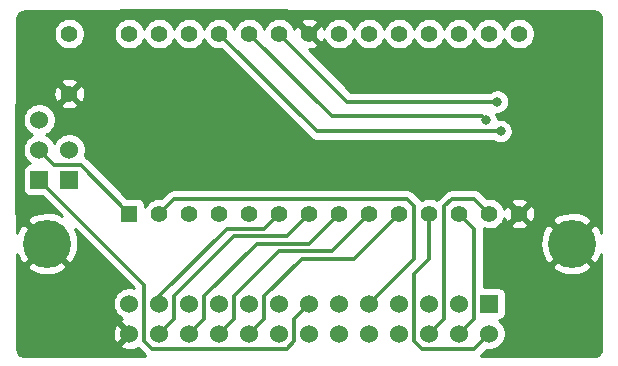
<source format=gbr>
G04 #@! TF.GenerationSoftware,KiCad,Pcbnew,(5.1.0)-1*
G04 #@! TF.CreationDate,2020-02-17T20:17:44-08:00*
G04 #@! TF.ProjectId,radio-86rk-rom,72616469-6f2d-4383-9672-6b2d726f6d2e,rev?*
G04 #@! TF.SameCoordinates,Original*
G04 #@! TF.FileFunction,Copper,L1,Top*
G04 #@! TF.FilePolarity,Positive*
%FSLAX46Y46*%
G04 Gerber Fmt 4.6, Leading zero omitted, Abs format (unit mm)*
G04 Created by KiCad (PCBNEW (5.1.0)-1) date 2020-02-17 20:17:44*
%MOMM*%
%LPD*%
G04 APERTURE LIST*
%ADD10C,1.397000*%
%ADD11C,4.064000*%
%ADD12R,1.524000X1.524000*%
%ADD13C,1.524000*%
%ADD14R,1.397000X1.397000*%
%ADD15C,0.800000*%
%ADD16C,0.350000*%
%ADD17C,0.254000*%
G04 APERTURE END LIST*
D10*
X119380000Y-91440000D03*
X119380000Y-96520000D03*
D11*
X117475000Y-109220000D03*
X161925000Y-109220000D03*
D12*
X154940000Y-114300000D03*
D13*
X154940000Y-116840000D03*
X152400000Y-114300000D03*
X152400000Y-116840000D03*
X149860000Y-114300000D03*
X149860000Y-116840000D03*
X147320000Y-114300000D03*
X147320000Y-116840000D03*
X144780000Y-114300000D03*
X144780000Y-116840000D03*
X142240000Y-114300000D03*
X142240000Y-116840000D03*
X139700000Y-114300000D03*
X139700000Y-116840000D03*
X137160000Y-114300000D03*
X137160000Y-116840000D03*
X134620000Y-114300000D03*
X134620000Y-116840000D03*
X132080000Y-114300000D03*
X132080000Y-116840000D03*
X129540000Y-114300000D03*
X129540000Y-116840000D03*
X127000000Y-114300000D03*
X127000000Y-116840000D03*
X124460000Y-114300000D03*
X124460000Y-116840000D03*
D12*
X116840000Y-103822500D03*
D13*
X116840000Y-101282500D03*
X116840000Y-98742500D03*
D14*
X124460000Y-106680000D03*
D10*
X127000000Y-106680000D03*
X129540000Y-106680000D03*
X132080000Y-106680000D03*
X134620000Y-106680000D03*
X137160000Y-106680000D03*
X139700000Y-106680000D03*
X142240000Y-106680000D03*
X144780000Y-106680000D03*
X147320000Y-106680000D03*
X149860000Y-106680000D03*
X152400000Y-106680000D03*
X154940000Y-106680000D03*
X157480000Y-106680000D03*
X157480000Y-91440000D03*
X154940000Y-91440000D03*
X152400000Y-91440000D03*
X149860000Y-91440000D03*
X147320000Y-91440000D03*
X144780000Y-91440000D03*
X142240000Y-91440000D03*
X139700000Y-91440000D03*
X137160000Y-91440000D03*
X134620000Y-91440000D03*
X132080000Y-91440000D03*
X129540000Y-91440000D03*
X127000000Y-91440000D03*
X124460000Y-91440000D03*
D12*
X119380000Y-103822500D03*
D13*
X119380000Y-101282500D03*
D15*
X155892500Y-99695000D03*
X154622500Y-98742500D03*
X155611403Y-97191403D03*
D16*
X124460000Y-116840000D02*
X120967500Y-113347500D01*
X120967500Y-112712500D02*
X117475000Y-109220000D01*
X120967500Y-113347500D02*
X120967500Y-112712500D01*
X118427500Y-95567500D02*
X119380000Y-96520000D01*
X116840000Y-95567500D02*
X118427500Y-95567500D01*
X114935000Y-97472500D02*
X116840000Y-95567500D01*
X117475000Y-109220000D02*
X114935000Y-106680000D01*
X114935000Y-106680000D02*
X114935000Y-97472500D01*
X159385000Y-106680000D02*
X161925000Y-109220000D01*
X159385000Y-106045000D02*
X159385000Y-106680000D01*
X157480000Y-106680000D02*
X158750000Y-105410000D01*
X158750000Y-105410000D02*
X159385000Y-106045000D01*
X153670000Y-102870000D02*
X157480000Y-106680000D01*
X119380000Y-96520000D02*
X125730000Y-102870000D01*
X125730000Y-102870000D02*
X153670000Y-102870000D01*
X120650000Y-95250000D02*
X119380000Y-96520000D01*
X120650000Y-92655457D02*
X120650000Y-95250000D01*
X123770457Y-89535000D02*
X120650000Y-92655457D01*
X139700000Y-91440000D02*
X137795000Y-89535000D01*
X137795000Y-89535000D02*
X123770457Y-89535000D01*
X140335000Y-99695000D02*
X132080000Y-91440000D01*
X155892500Y-99695000D02*
X140335000Y-99695000D01*
X149860000Y-110490000D02*
X149860000Y-106680000D01*
X148590000Y-111760000D02*
X149860000Y-110490000D01*
X148590000Y-117475000D02*
X148590000Y-111760000D01*
X149225000Y-118110000D02*
X148590000Y-117475000D01*
X154940000Y-116840000D02*
X153670000Y-118110000D01*
X153670000Y-118110000D02*
X149225000Y-118110000D01*
X141605000Y-98425000D02*
X134620000Y-91440000D01*
X154622500Y-98742500D02*
X154305000Y-98425000D01*
X154305000Y-98425000D02*
X141605000Y-98425000D01*
X152400000Y-116840000D02*
X153670000Y-115570000D01*
X153670000Y-107950000D02*
X152400000Y-106680000D01*
X153670000Y-115570000D02*
X153670000Y-107950000D01*
X153670000Y-105410000D02*
X154940000Y-106680000D01*
X151765000Y-105410000D02*
X153670000Y-105410000D01*
X151130000Y-106045000D02*
X151765000Y-105410000D01*
X149860000Y-116840000D02*
X151130000Y-115570000D01*
X151130000Y-115570000D02*
X151130000Y-106045000D01*
X142911403Y-97191403D02*
X137160000Y-91440000D01*
X155611403Y-97191403D02*
X142911403Y-97191403D01*
X128270000Y-105410000D02*
X127000000Y-106680000D01*
X147955000Y-105410000D02*
X128270000Y-105410000D01*
X148590000Y-106045000D02*
X147955000Y-105410000D01*
X144780000Y-114300000D02*
X148590000Y-110490000D01*
X148590000Y-110490000D02*
X148590000Y-106045000D01*
X125730000Y-112712500D02*
X116840000Y-103822500D01*
X138430000Y-115570000D02*
X138430000Y-117475000D01*
X139700000Y-114300000D02*
X138430000Y-115570000D01*
X138430000Y-117475000D02*
X137795000Y-118110000D01*
X137795000Y-118110000D02*
X126365000Y-118110000D01*
X126365000Y-118110000D02*
X125730000Y-117475000D01*
X125730000Y-117475000D02*
X125730000Y-112712500D01*
X135890000Y-115570000D02*
X135890000Y-113665000D01*
X134620000Y-116840000D02*
X135890000Y-115570000D01*
X135890000Y-113665000D02*
X139065000Y-110490000D01*
X139065000Y-110490000D02*
X143510000Y-110490000D01*
X143510000Y-110490000D02*
X147320000Y-106680000D01*
X133350000Y-115570000D02*
X133350000Y-113665000D01*
X132080000Y-116840000D02*
X133350000Y-115570000D01*
X133350000Y-113665000D02*
X137160000Y-109855000D01*
X137160000Y-109855000D02*
X141605000Y-109855000D01*
X141605000Y-109855000D02*
X144780000Y-106680000D01*
X130810000Y-115570000D02*
X130810000Y-113665000D01*
X129540000Y-116840000D02*
X130810000Y-115570000D01*
X130810000Y-113665000D02*
X135255000Y-109220000D01*
X135255000Y-109220000D02*
X139700000Y-109220000D01*
X139700000Y-109220000D02*
X142240000Y-106680000D01*
X136461501Y-107378499D02*
X137160000Y-106680000D01*
X135890000Y-107950000D02*
X136461501Y-107378499D01*
X132715000Y-107950000D02*
X135890000Y-107950000D01*
X127000000Y-114300000D02*
X127000000Y-113665000D01*
X127000000Y-113665000D02*
X132715000Y-107950000D01*
X137795000Y-108585000D02*
X139700000Y-106680000D01*
X133350000Y-108585000D02*
X137795000Y-108585000D01*
X128270000Y-113665000D02*
X133350000Y-108585000D01*
X127000000Y-116840000D02*
X128270000Y-115570000D01*
X128270000Y-115570000D02*
X128270000Y-113665000D01*
X118110000Y-102552500D02*
X116840000Y-101282500D01*
X124460000Y-106680000D02*
X120332500Y-102552500D01*
X120332500Y-102552500D02*
X118110000Y-102552500D01*
D17*
G36*
X163947869Y-89574722D02*
G01*
X164061246Y-89608953D01*
X164165819Y-89664555D01*
X164257596Y-89739407D01*
X164333091Y-89830664D01*
X164389419Y-89934844D01*
X164424440Y-90047976D01*
X164440001Y-90196031D01*
X164440000Y-108326512D01*
X164392481Y-108174331D01*
X164165301Y-107749307D01*
X163795264Y-107529341D01*
X162104605Y-109220000D01*
X163795264Y-110910659D01*
X164165301Y-110690693D01*
X164409172Y-110225373D01*
X164440000Y-110120687D01*
X164440000Y-118077721D01*
X164425278Y-118227869D01*
X164391047Y-118341246D01*
X164335446Y-118445817D01*
X164260594Y-118537595D01*
X164169335Y-118613091D01*
X164065160Y-118669419D01*
X163952024Y-118704440D01*
X163803979Y-118720000D01*
X154203523Y-118720000D01*
X154245528Y-118685528D01*
X154270899Y-118654613D01*
X154707409Y-118218104D01*
X154802408Y-118237000D01*
X155077592Y-118237000D01*
X155347490Y-118183314D01*
X155601727Y-118078005D01*
X155830535Y-117925120D01*
X156025120Y-117730535D01*
X156178005Y-117501727D01*
X156283314Y-117247490D01*
X156337000Y-116977592D01*
X156337000Y-116702408D01*
X156283314Y-116432510D01*
X156178005Y-116178273D01*
X156025120Y-115949465D01*
X155830535Y-115754880D01*
X155742535Y-115696080D01*
X155826482Y-115687812D01*
X155946180Y-115651502D01*
X156056494Y-115592537D01*
X156153185Y-115513185D01*
X156232537Y-115416494D01*
X156291502Y-115306180D01*
X156327812Y-115186482D01*
X156340072Y-115062000D01*
X156340072Y-113538000D01*
X156327812Y-113413518D01*
X156291502Y-113293820D01*
X156232537Y-113183506D01*
X156153185Y-113086815D01*
X156056494Y-113007463D01*
X155946180Y-112948498D01*
X155826482Y-112912188D01*
X155702000Y-112899928D01*
X154480000Y-112899928D01*
X154480000Y-111090264D01*
X160234341Y-111090264D01*
X160454307Y-111460301D01*
X160919627Y-111704172D01*
X161423583Y-111852578D01*
X161946808Y-111899815D01*
X162469195Y-111844069D01*
X162970669Y-111687481D01*
X163395693Y-111460301D01*
X163615659Y-111090264D01*
X161925000Y-109399605D01*
X160234341Y-111090264D01*
X154480000Y-111090264D01*
X154480000Y-109241808D01*
X159245185Y-109241808D01*
X159300931Y-109764195D01*
X159457519Y-110265669D01*
X159684699Y-110690693D01*
X160054736Y-110910659D01*
X161745395Y-109220000D01*
X160054736Y-107529341D01*
X159684699Y-107749307D01*
X159440828Y-108214627D01*
X159292422Y-108718583D01*
X159245185Y-109241808D01*
X154480000Y-109241808D01*
X154480000Y-107989787D01*
X154483919Y-107949999D01*
X154482323Y-107933794D01*
X154551032Y-107962254D01*
X154808662Y-108013500D01*
X155071338Y-108013500D01*
X155328968Y-107962254D01*
X155571649Y-107861732D01*
X155790057Y-107715797D01*
X155905657Y-107600197D01*
X156739408Y-107600197D01*
X156798686Y-107833812D01*
X157036875Y-107944559D01*
X157292093Y-108006711D01*
X157554533Y-108017876D01*
X157814107Y-107977629D01*
X158060842Y-107887514D01*
X158161314Y-107833812D01*
X158220592Y-107600197D01*
X157480000Y-106859605D01*
X156739408Y-107600197D01*
X155905657Y-107600197D01*
X155975797Y-107530057D01*
X156121732Y-107311649D01*
X156211707Y-107094430D01*
X156272486Y-107260842D01*
X156326188Y-107361314D01*
X156559803Y-107420592D01*
X157300395Y-106680000D01*
X157659605Y-106680000D01*
X158400197Y-107420592D01*
X158633812Y-107361314D01*
X158639195Y-107349736D01*
X160234341Y-107349736D01*
X161925000Y-109040395D01*
X163615659Y-107349736D01*
X163395693Y-106979699D01*
X162930373Y-106735828D01*
X162426417Y-106587422D01*
X161903192Y-106540185D01*
X161380805Y-106595931D01*
X160879331Y-106752519D01*
X160454307Y-106979699D01*
X160234341Y-107349736D01*
X158639195Y-107349736D01*
X158744559Y-107123125D01*
X158806711Y-106867907D01*
X158817876Y-106605467D01*
X158777629Y-106345893D01*
X158687514Y-106099158D01*
X158633812Y-105998686D01*
X158400197Y-105939408D01*
X157659605Y-106680000D01*
X157300395Y-106680000D01*
X156559803Y-105939408D01*
X156326188Y-105998686D01*
X156215441Y-106236875D01*
X156209658Y-106260622D01*
X156121732Y-106048351D01*
X155975797Y-105829943D01*
X155905657Y-105759803D01*
X156739408Y-105759803D01*
X157480000Y-106500395D01*
X158220592Y-105759803D01*
X158161314Y-105526188D01*
X157923125Y-105415441D01*
X157667907Y-105353289D01*
X157405467Y-105342124D01*
X157145893Y-105382371D01*
X156899158Y-105472486D01*
X156798686Y-105526188D01*
X156739408Y-105759803D01*
X155905657Y-105759803D01*
X155790057Y-105644203D01*
X155571649Y-105498268D01*
X155328968Y-105397746D01*
X155071338Y-105346500D01*
X154808662Y-105346500D01*
X154761411Y-105355899D01*
X154270899Y-104865387D01*
X154245528Y-104834472D01*
X154122189Y-104733251D01*
X153981473Y-104658037D01*
X153828788Y-104611720D01*
X153709791Y-104600000D01*
X153709788Y-104600000D01*
X153670000Y-104596081D01*
X153630212Y-104600000D01*
X151804788Y-104600000D01*
X151765000Y-104596081D01*
X151725212Y-104600000D01*
X151725209Y-104600000D01*
X151606212Y-104611720D01*
X151489063Y-104647257D01*
X151453526Y-104658037D01*
X151358215Y-104708982D01*
X151312811Y-104733251D01*
X151189472Y-104834472D01*
X151164105Y-104865382D01*
X150585383Y-105444105D01*
X150554473Y-105469472D01*
X150529108Y-105500380D01*
X150516961Y-105515181D01*
X150491649Y-105498268D01*
X150248968Y-105397746D01*
X149991338Y-105346500D01*
X149728662Y-105346500D01*
X149471032Y-105397746D01*
X149228351Y-105498268D01*
X149203039Y-105515181D01*
X149190893Y-105500380D01*
X149165528Y-105469472D01*
X149134618Y-105444105D01*
X148555899Y-104865387D01*
X148530528Y-104834472D01*
X148407189Y-104733251D01*
X148266473Y-104658037D01*
X148113788Y-104611720D01*
X147994791Y-104600000D01*
X147994788Y-104600000D01*
X147955000Y-104596081D01*
X147915212Y-104600000D01*
X128309787Y-104600000D01*
X128269999Y-104596081D01*
X128230211Y-104600000D01*
X128230209Y-104600000D01*
X128111212Y-104611720D01*
X127958527Y-104658037D01*
X127893024Y-104693049D01*
X127817810Y-104733251D01*
X127762210Y-104778881D01*
X127694472Y-104834472D01*
X127669105Y-104865382D01*
X127178589Y-105355899D01*
X127131338Y-105346500D01*
X126868662Y-105346500D01*
X126611032Y-105397746D01*
X126368351Y-105498268D01*
X126149943Y-105644203D01*
X125964203Y-105829943D01*
X125818268Y-106048351D01*
X125796572Y-106100730D01*
X125796572Y-105981500D01*
X125784312Y-105857018D01*
X125748002Y-105737320D01*
X125689037Y-105627006D01*
X125609685Y-105530315D01*
X125512994Y-105450963D01*
X125402680Y-105391998D01*
X125282982Y-105355688D01*
X125158500Y-105343428D01*
X124268941Y-105343428D01*
X120933400Y-102007888D01*
X120908028Y-101976972D01*
X120784689Y-101875751D01*
X120671442Y-101815219D01*
X120723314Y-101689990D01*
X120777000Y-101420092D01*
X120777000Y-101144908D01*
X120723314Y-100875010D01*
X120618005Y-100620773D01*
X120465120Y-100391965D01*
X120270535Y-100197380D01*
X120041727Y-100044495D01*
X119787490Y-99939186D01*
X119517592Y-99885500D01*
X119242408Y-99885500D01*
X118972510Y-99939186D01*
X118718273Y-100044495D01*
X118489465Y-100197380D01*
X118294880Y-100391965D01*
X118141995Y-100620773D01*
X118110000Y-100698015D01*
X118078005Y-100620773D01*
X117925120Y-100391965D01*
X117730535Y-100197380D01*
X117501727Y-100044495D01*
X117424485Y-100012500D01*
X117501727Y-99980505D01*
X117730535Y-99827620D01*
X117925120Y-99633035D01*
X118078005Y-99404227D01*
X118183314Y-99149990D01*
X118237000Y-98880092D01*
X118237000Y-98604908D01*
X118183314Y-98335010D01*
X118078005Y-98080773D01*
X117925120Y-97851965D01*
X117730535Y-97657380D01*
X117501727Y-97504495D01*
X117346499Y-97440197D01*
X118639408Y-97440197D01*
X118698686Y-97673812D01*
X118936875Y-97784559D01*
X119192093Y-97846711D01*
X119454533Y-97857876D01*
X119714107Y-97817629D01*
X119960842Y-97727514D01*
X120061314Y-97673812D01*
X120120592Y-97440197D01*
X119380000Y-96699605D01*
X118639408Y-97440197D01*
X117346499Y-97440197D01*
X117247490Y-97399186D01*
X116977592Y-97345500D01*
X116702408Y-97345500D01*
X116432510Y-97399186D01*
X116178273Y-97504495D01*
X115949465Y-97657380D01*
X115754880Y-97851965D01*
X115601995Y-98080773D01*
X115496686Y-98335010D01*
X115443000Y-98604908D01*
X115443000Y-98880092D01*
X115496686Y-99149990D01*
X115601995Y-99404227D01*
X115754880Y-99633035D01*
X115949465Y-99827620D01*
X116178273Y-99980505D01*
X116255515Y-100012500D01*
X116178273Y-100044495D01*
X115949465Y-100197380D01*
X115754880Y-100391965D01*
X115601995Y-100620773D01*
X115496686Y-100875010D01*
X115443000Y-101144908D01*
X115443000Y-101420092D01*
X115496686Y-101689990D01*
X115601995Y-101944227D01*
X115754880Y-102173035D01*
X115949465Y-102367620D01*
X116037465Y-102426420D01*
X115953518Y-102434688D01*
X115833820Y-102470998D01*
X115723506Y-102529963D01*
X115626815Y-102609315D01*
X115547463Y-102706006D01*
X115488498Y-102816320D01*
X115452188Y-102936018D01*
X115439928Y-103060500D01*
X115439928Y-104584500D01*
X115452188Y-104708982D01*
X115488498Y-104828680D01*
X115547463Y-104938994D01*
X115626815Y-105035685D01*
X115723506Y-105115037D01*
X115833820Y-105174002D01*
X115953518Y-105210312D01*
X116078000Y-105222572D01*
X117094560Y-105222572D01*
X118748162Y-106876174D01*
X118480373Y-106735828D01*
X117976417Y-106587422D01*
X117453192Y-106540185D01*
X116930805Y-106595931D01*
X116429331Y-106752519D01*
X116004307Y-106979699D01*
X115784341Y-107349736D01*
X117475000Y-109040395D01*
X117489143Y-109026253D01*
X117668748Y-109205858D01*
X117654605Y-109220000D01*
X119345264Y-110910659D01*
X119715301Y-110690693D01*
X119959172Y-110225373D01*
X120107578Y-109721417D01*
X120154815Y-109198192D01*
X120099069Y-108675805D01*
X119942481Y-108174331D01*
X119823247Y-107951259D01*
X124819035Y-112947048D01*
X124597592Y-112903000D01*
X124322408Y-112903000D01*
X124052510Y-112956686D01*
X123798273Y-113061995D01*
X123569465Y-113214880D01*
X123374880Y-113409465D01*
X123221995Y-113638273D01*
X123116686Y-113892510D01*
X123063000Y-114162408D01*
X123063000Y-114437592D01*
X123116686Y-114707490D01*
X123221995Y-114961727D01*
X123374880Y-115190535D01*
X123569465Y-115385120D01*
X123798273Y-115538005D01*
X123869943Y-115567692D01*
X123856977Y-115572364D01*
X123741020Y-115634344D01*
X123674040Y-115874435D01*
X124460000Y-116660395D01*
X124474143Y-116646253D01*
X124653748Y-116825858D01*
X124639605Y-116840000D01*
X124653748Y-116854143D01*
X124474143Y-117033748D01*
X124460000Y-117019605D01*
X123674040Y-117805565D01*
X123741020Y-118045656D01*
X123990048Y-118162756D01*
X124257135Y-118229023D01*
X124532017Y-118241910D01*
X124804133Y-118200922D01*
X125063023Y-118107636D01*
X125160543Y-118055511D01*
X125185387Y-118075899D01*
X125764105Y-118654618D01*
X125789472Y-118685528D01*
X125831477Y-118720000D01*
X115602279Y-118720000D01*
X115452131Y-118705278D01*
X115338754Y-118671047D01*
X115234183Y-118615446D01*
X115142405Y-118540594D01*
X115066909Y-118449335D01*
X115010581Y-118345160D01*
X114975560Y-118232024D01*
X114960000Y-118083979D01*
X114960000Y-116912017D01*
X123058090Y-116912017D01*
X123099078Y-117184133D01*
X123192364Y-117443023D01*
X123254344Y-117558980D01*
X123494435Y-117625960D01*
X124280395Y-116840000D01*
X123494435Y-116054040D01*
X123254344Y-116121020D01*
X123137244Y-116370048D01*
X123070977Y-116637135D01*
X123058090Y-116912017D01*
X114960000Y-116912017D01*
X114960000Y-111090264D01*
X115784341Y-111090264D01*
X116004307Y-111460301D01*
X116469627Y-111704172D01*
X116973583Y-111852578D01*
X117496808Y-111899815D01*
X118019195Y-111844069D01*
X118520669Y-111687481D01*
X118945693Y-111460301D01*
X119165659Y-111090264D01*
X117475000Y-109399605D01*
X115784341Y-111090264D01*
X114960000Y-111090264D01*
X114960000Y-110113489D01*
X115007519Y-110265669D01*
X115234699Y-110690693D01*
X115604736Y-110910659D01*
X117295395Y-109220000D01*
X115604736Y-107529341D01*
X115234699Y-107749307D01*
X114990828Y-108214627D01*
X114960000Y-108319312D01*
X114960000Y-96594533D01*
X118042124Y-96594533D01*
X118082371Y-96854107D01*
X118172486Y-97100842D01*
X118226188Y-97201314D01*
X118459803Y-97260592D01*
X119200395Y-96520000D01*
X119559605Y-96520000D01*
X120300197Y-97260592D01*
X120533812Y-97201314D01*
X120644559Y-96963125D01*
X120706711Y-96707907D01*
X120717876Y-96445467D01*
X120677629Y-96185893D01*
X120587514Y-95939158D01*
X120533812Y-95838686D01*
X120300197Y-95779408D01*
X119559605Y-96520000D01*
X119200395Y-96520000D01*
X118459803Y-95779408D01*
X118226188Y-95838686D01*
X118115441Y-96076875D01*
X118053289Y-96332093D01*
X118042124Y-96594533D01*
X114960000Y-96594533D01*
X114960000Y-95599803D01*
X118639408Y-95599803D01*
X119380000Y-96340395D01*
X120120592Y-95599803D01*
X120061314Y-95366188D01*
X119823125Y-95255441D01*
X119567907Y-95193289D01*
X119305467Y-95182124D01*
X119045893Y-95222371D01*
X118799158Y-95312486D01*
X118698686Y-95366188D01*
X118639408Y-95599803D01*
X114960000Y-95599803D01*
X114960000Y-91308662D01*
X118046500Y-91308662D01*
X118046500Y-91571338D01*
X118097746Y-91828968D01*
X118198268Y-92071649D01*
X118344203Y-92290057D01*
X118529943Y-92475797D01*
X118748351Y-92621732D01*
X118991032Y-92722254D01*
X119248662Y-92773500D01*
X119511338Y-92773500D01*
X119768968Y-92722254D01*
X120011649Y-92621732D01*
X120230057Y-92475797D01*
X120415797Y-92290057D01*
X120561732Y-92071649D01*
X120662254Y-91828968D01*
X120713500Y-91571338D01*
X120713500Y-91308662D01*
X123126500Y-91308662D01*
X123126500Y-91571338D01*
X123177746Y-91828968D01*
X123278268Y-92071649D01*
X123424203Y-92290057D01*
X123609943Y-92475797D01*
X123828351Y-92621732D01*
X124071032Y-92722254D01*
X124328662Y-92773500D01*
X124591338Y-92773500D01*
X124848968Y-92722254D01*
X125091649Y-92621732D01*
X125310057Y-92475797D01*
X125495797Y-92290057D01*
X125641732Y-92071649D01*
X125730000Y-91858552D01*
X125818268Y-92071649D01*
X125964203Y-92290057D01*
X126149943Y-92475797D01*
X126368351Y-92621732D01*
X126611032Y-92722254D01*
X126868662Y-92773500D01*
X127131338Y-92773500D01*
X127388968Y-92722254D01*
X127631649Y-92621732D01*
X127850057Y-92475797D01*
X128035797Y-92290057D01*
X128181732Y-92071649D01*
X128270000Y-91858552D01*
X128358268Y-92071649D01*
X128504203Y-92290057D01*
X128689943Y-92475797D01*
X128908351Y-92621732D01*
X129151032Y-92722254D01*
X129408662Y-92773500D01*
X129671338Y-92773500D01*
X129928968Y-92722254D01*
X130171649Y-92621732D01*
X130390057Y-92475797D01*
X130575797Y-92290057D01*
X130721732Y-92071649D01*
X130810000Y-91858552D01*
X130898268Y-92071649D01*
X131044203Y-92290057D01*
X131229943Y-92475797D01*
X131448351Y-92621732D01*
X131691032Y-92722254D01*
X131948662Y-92773500D01*
X132211338Y-92773500D01*
X132258589Y-92764101D01*
X139734105Y-100239618D01*
X139759472Y-100270528D01*
X139790380Y-100295893D01*
X139882810Y-100371749D01*
X139958024Y-100411951D01*
X140023527Y-100446963D01*
X140176212Y-100493280D01*
X140295209Y-100505000D01*
X140295212Y-100505000D01*
X140335000Y-100508919D01*
X140374788Y-100505000D01*
X155241800Y-100505000D01*
X155402244Y-100612205D01*
X155590602Y-100690226D01*
X155790561Y-100730000D01*
X155994439Y-100730000D01*
X156194398Y-100690226D01*
X156382756Y-100612205D01*
X156552274Y-100498937D01*
X156696437Y-100354774D01*
X156809705Y-100185256D01*
X156887726Y-99996898D01*
X156927500Y-99796939D01*
X156927500Y-99593061D01*
X156887726Y-99393102D01*
X156809705Y-99204744D01*
X156696437Y-99035226D01*
X156552274Y-98891063D01*
X156382756Y-98777795D01*
X156194398Y-98699774D01*
X155994439Y-98660000D01*
X155790561Y-98660000D01*
X155657500Y-98686467D01*
X155657500Y-98640561D01*
X155617726Y-98440602D01*
X155539705Y-98252244D01*
X155522439Y-98226403D01*
X155713342Y-98226403D01*
X155913301Y-98186629D01*
X156101659Y-98108608D01*
X156271177Y-97995340D01*
X156415340Y-97851177D01*
X156528608Y-97681659D01*
X156606629Y-97493301D01*
X156646403Y-97293342D01*
X156646403Y-97089464D01*
X156606629Y-96889505D01*
X156528608Y-96701147D01*
X156415340Y-96531629D01*
X156271177Y-96387466D01*
X156101659Y-96274198D01*
X155913301Y-96196177D01*
X155713342Y-96156403D01*
X155509464Y-96156403D01*
X155309505Y-96196177D01*
X155121147Y-96274198D01*
X154960703Y-96381403D01*
X143246916Y-96381403D01*
X139637561Y-92772049D01*
X139774533Y-92777876D01*
X140034107Y-92737629D01*
X140280842Y-92647514D01*
X140381314Y-92593812D01*
X140440592Y-92360197D01*
X139700000Y-91619605D01*
X139685858Y-91633748D01*
X139506253Y-91454143D01*
X139520395Y-91440000D01*
X139879605Y-91440000D01*
X140620197Y-92180592D01*
X140853812Y-92121314D01*
X140964559Y-91883125D01*
X140970342Y-91859378D01*
X141058268Y-92071649D01*
X141204203Y-92290057D01*
X141389943Y-92475797D01*
X141608351Y-92621732D01*
X141851032Y-92722254D01*
X142108662Y-92773500D01*
X142371338Y-92773500D01*
X142628968Y-92722254D01*
X142871649Y-92621732D01*
X143090057Y-92475797D01*
X143275797Y-92290057D01*
X143421732Y-92071649D01*
X143510000Y-91858552D01*
X143598268Y-92071649D01*
X143744203Y-92290057D01*
X143929943Y-92475797D01*
X144148351Y-92621732D01*
X144391032Y-92722254D01*
X144648662Y-92773500D01*
X144911338Y-92773500D01*
X145168968Y-92722254D01*
X145411649Y-92621732D01*
X145630057Y-92475797D01*
X145815797Y-92290057D01*
X145961732Y-92071649D01*
X146050000Y-91858552D01*
X146138268Y-92071649D01*
X146284203Y-92290057D01*
X146469943Y-92475797D01*
X146688351Y-92621732D01*
X146931032Y-92722254D01*
X147188662Y-92773500D01*
X147451338Y-92773500D01*
X147708968Y-92722254D01*
X147951649Y-92621732D01*
X148170057Y-92475797D01*
X148355797Y-92290057D01*
X148501732Y-92071649D01*
X148590000Y-91858552D01*
X148678268Y-92071649D01*
X148824203Y-92290057D01*
X149009943Y-92475797D01*
X149228351Y-92621732D01*
X149471032Y-92722254D01*
X149728662Y-92773500D01*
X149991338Y-92773500D01*
X150248968Y-92722254D01*
X150491649Y-92621732D01*
X150710057Y-92475797D01*
X150895797Y-92290057D01*
X151041732Y-92071649D01*
X151130000Y-91858552D01*
X151218268Y-92071649D01*
X151364203Y-92290057D01*
X151549943Y-92475797D01*
X151768351Y-92621732D01*
X152011032Y-92722254D01*
X152268662Y-92773500D01*
X152531338Y-92773500D01*
X152788968Y-92722254D01*
X153031649Y-92621732D01*
X153250057Y-92475797D01*
X153435797Y-92290057D01*
X153581732Y-92071649D01*
X153670000Y-91858552D01*
X153758268Y-92071649D01*
X153904203Y-92290057D01*
X154089943Y-92475797D01*
X154308351Y-92621732D01*
X154551032Y-92722254D01*
X154808662Y-92773500D01*
X155071338Y-92773500D01*
X155328968Y-92722254D01*
X155571649Y-92621732D01*
X155790057Y-92475797D01*
X155975797Y-92290057D01*
X156121732Y-92071649D01*
X156210000Y-91858552D01*
X156298268Y-92071649D01*
X156444203Y-92290057D01*
X156629943Y-92475797D01*
X156848351Y-92621732D01*
X157091032Y-92722254D01*
X157348662Y-92773500D01*
X157611338Y-92773500D01*
X157868968Y-92722254D01*
X158111649Y-92621732D01*
X158330057Y-92475797D01*
X158515797Y-92290057D01*
X158661732Y-92071649D01*
X158762254Y-91828968D01*
X158813500Y-91571338D01*
X158813500Y-91308662D01*
X158762254Y-91051032D01*
X158661732Y-90808351D01*
X158515797Y-90589943D01*
X158330057Y-90404203D01*
X158111649Y-90258268D01*
X157868968Y-90157746D01*
X157611338Y-90106500D01*
X157348662Y-90106500D01*
X157091032Y-90157746D01*
X156848351Y-90258268D01*
X156629943Y-90404203D01*
X156444203Y-90589943D01*
X156298268Y-90808351D01*
X156210000Y-91021448D01*
X156121732Y-90808351D01*
X155975797Y-90589943D01*
X155790057Y-90404203D01*
X155571649Y-90258268D01*
X155328968Y-90157746D01*
X155071338Y-90106500D01*
X154808662Y-90106500D01*
X154551032Y-90157746D01*
X154308351Y-90258268D01*
X154089943Y-90404203D01*
X153904203Y-90589943D01*
X153758268Y-90808351D01*
X153670000Y-91021448D01*
X153581732Y-90808351D01*
X153435797Y-90589943D01*
X153250057Y-90404203D01*
X153031649Y-90258268D01*
X152788968Y-90157746D01*
X152531338Y-90106500D01*
X152268662Y-90106500D01*
X152011032Y-90157746D01*
X151768351Y-90258268D01*
X151549943Y-90404203D01*
X151364203Y-90589943D01*
X151218268Y-90808351D01*
X151130000Y-91021448D01*
X151041732Y-90808351D01*
X150895797Y-90589943D01*
X150710057Y-90404203D01*
X150491649Y-90258268D01*
X150248968Y-90157746D01*
X149991338Y-90106500D01*
X149728662Y-90106500D01*
X149471032Y-90157746D01*
X149228351Y-90258268D01*
X149009943Y-90404203D01*
X148824203Y-90589943D01*
X148678268Y-90808351D01*
X148590000Y-91021448D01*
X148501732Y-90808351D01*
X148355797Y-90589943D01*
X148170057Y-90404203D01*
X147951649Y-90258268D01*
X147708968Y-90157746D01*
X147451338Y-90106500D01*
X147188662Y-90106500D01*
X146931032Y-90157746D01*
X146688351Y-90258268D01*
X146469943Y-90404203D01*
X146284203Y-90589943D01*
X146138268Y-90808351D01*
X146050000Y-91021448D01*
X145961732Y-90808351D01*
X145815797Y-90589943D01*
X145630057Y-90404203D01*
X145411649Y-90258268D01*
X145168968Y-90157746D01*
X144911338Y-90106500D01*
X144648662Y-90106500D01*
X144391032Y-90157746D01*
X144148351Y-90258268D01*
X143929943Y-90404203D01*
X143744203Y-90589943D01*
X143598268Y-90808351D01*
X143510000Y-91021448D01*
X143421732Y-90808351D01*
X143275797Y-90589943D01*
X143090057Y-90404203D01*
X142871649Y-90258268D01*
X142628968Y-90157746D01*
X142371338Y-90106500D01*
X142108662Y-90106500D01*
X141851032Y-90157746D01*
X141608351Y-90258268D01*
X141389943Y-90404203D01*
X141204203Y-90589943D01*
X141058268Y-90808351D01*
X140968293Y-91025570D01*
X140907514Y-90859158D01*
X140853812Y-90758686D01*
X140620197Y-90699408D01*
X139879605Y-91440000D01*
X139520395Y-91440000D01*
X138779803Y-90699408D01*
X138546188Y-90758686D01*
X138435441Y-90996875D01*
X138429658Y-91020622D01*
X138341732Y-90808351D01*
X138195797Y-90589943D01*
X138125657Y-90519803D01*
X138959408Y-90519803D01*
X139700000Y-91260395D01*
X140440592Y-90519803D01*
X140381314Y-90286188D01*
X140143125Y-90175441D01*
X139887907Y-90113289D01*
X139625467Y-90102124D01*
X139365893Y-90142371D01*
X139119158Y-90232486D01*
X139018686Y-90286188D01*
X138959408Y-90519803D01*
X138125657Y-90519803D01*
X138010057Y-90404203D01*
X137791649Y-90258268D01*
X137548968Y-90157746D01*
X137291338Y-90106500D01*
X137028662Y-90106500D01*
X136771032Y-90157746D01*
X136528351Y-90258268D01*
X136309943Y-90404203D01*
X136124203Y-90589943D01*
X135978268Y-90808351D01*
X135890000Y-91021448D01*
X135801732Y-90808351D01*
X135655797Y-90589943D01*
X135470057Y-90404203D01*
X135251649Y-90258268D01*
X135008968Y-90157746D01*
X134751338Y-90106500D01*
X134488662Y-90106500D01*
X134231032Y-90157746D01*
X133988351Y-90258268D01*
X133769943Y-90404203D01*
X133584203Y-90589943D01*
X133438268Y-90808351D01*
X133350000Y-91021448D01*
X133261732Y-90808351D01*
X133115797Y-90589943D01*
X132930057Y-90404203D01*
X132711649Y-90258268D01*
X132468968Y-90157746D01*
X132211338Y-90106500D01*
X131948662Y-90106500D01*
X131691032Y-90157746D01*
X131448351Y-90258268D01*
X131229943Y-90404203D01*
X131044203Y-90589943D01*
X130898268Y-90808351D01*
X130810000Y-91021448D01*
X130721732Y-90808351D01*
X130575797Y-90589943D01*
X130390057Y-90404203D01*
X130171649Y-90258268D01*
X129928968Y-90157746D01*
X129671338Y-90106500D01*
X129408662Y-90106500D01*
X129151032Y-90157746D01*
X128908351Y-90258268D01*
X128689943Y-90404203D01*
X128504203Y-90589943D01*
X128358268Y-90808351D01*
X128270000Y-91021448D01*
X128181732Y-90808351D01*
X128035797Y-90589943D01*
X127850057Y-90404203D01*
X127631649Y-90258268D01*
X127388968Y-90157746D01*
X127131338Y-90106500D01*
X126868662Y-90106500D01*
X126611032Y-90157746D01*
X126368351Y-90258268D01*
X126149943Y-90404203D01*
X125964203Y-90589943D01*
X125818268Y-90808351D01*
X125730000Y-91021448D01*
X125641732Y-90808351D01*
X125495797Y-90589943D01*
X125310057Y-90404203D01*
X125091649Y-90258268D01*
X124848968Y-90157746D01*
X124591338Y-90106500D01*
X124328662Y-90106500D01*
X124071032Y-90157746D01*
X123828351Y-90258268D01*
X123609943Y-90404203D01*
X123424203Y-90589943D01*
X123278268Y-90808351D01*
X123177746Y-91051032D01*
X123126500Y-91308662D01*
X120713500Y-91308662D01*
X120662254Y-91051032D01*
X120561732Y-90808351D01*
X120415797Y-90589943D01*
X120230057Y-90404203D01*
X120011649Y-90258268D01*
X119768968Y-90157746D01*
X119511338Y-90106500D01*
X119248662Y-90106500D01*
X118991032Y-90157746D01*
X118748351Y-90258268D01*
X118529943Y-90404203D01*
X118344203Y-90589943D01*
X118198268Y-90808351D01*
X118097746Y-91051032D01*
X118046500Y-91308662D01*
X114960000Y-91308662D01*
X114960000Y-90202279D01*
X114974722Y-90052131D01*
X115008953Y-89938754D01*
X115064555Y-89834181D01*
X115139407Y-89742404D01*
X115230664Y-89666909D01*
X115334844Y-89610581D01*
X115447976Y-89575560D01*
X115596022Y-89560000D01*
X163797721Y-89560000D01*
X163947869Y-89574722D01*
X163947869Y-89574722D01*
G37*
X163947869Y-89574722D02*
X164061246Y-89608953D01*
X164165819Y-89664555D01*
X164257596Y-89739407D01*
X164333091Y-89830664D01*
X164389419Y-89934844D01*
X164424440Y-90047976D01*
X164440001Y-90196031D01*
X164440000Y-108326512D01*
X164392481Y-108174331D01*
X164165301Y-107749307D01*
X163795264Y-107529341D01*
X162104605Y-109220000D01*
X163795264Y-110910659D01*
X164165301Y-110690693D01*
X164409172Y-110225373D01*
X164440000Y-110120687D01*
X164440000Y-118077721D01*
X164425278Y-118227869D01*
X164391047Y-118341246D01*
X164335446Y-118445817D01*
X164260594Y-118537595D01*
X164169335Y-118613091D01*
X164065160Y-118669419D01*
X163952024Y-118704440D01*
X163803979Y-118720000D01*
X154203523Y-118720000D01*
X154245528Y-118685528D01*
X154270899Y-118654613D01*
X154707409Y-118218104D01*
X154802408Y-118237000D01*
X155077592Y-118237000D01*
X155347490Y-118183314D01*
X155601727Y-118078005D01*
X155830535Y-117925120D01*
X156025120Y-117730535D01*
X156178005Y-117501727D01*
X156283314Y-117247490D01*
X156337000Y-116977592D01*
X156337000Y-116702408D01*
X156283314Y-116432510D01*
X156178005Y-116178273D01*
X156025120Y-115949465D01*
X155830535Y-115754880D01*
X155742535Y-115696080D01*
X155826482Y-115687812D01*
X155946180Y-115651502D01*
X156056494Y-115592537D01*
X156153185Y-115513185D01*
X156232537Y-115416494D01*
X156291502Y-115306180D01*
X156327812Y-115186482D01*
X156340072Y-115062000D01*
X156340072Y-113538000D01*
X156327812Y-113413518D01*
X156291502Y-113293820D01*
X156232537Y-113183506D01*
X156153185Y-113086815D01*
X156056494Y-113007463D01*
X155946180Y-112948498D01*
X155826482Y-112912188D01*
X155702000Y-112899928D01*
X154480000Y-112899928D01*
X154480000Y-111090264D01*
X160234341Y-111090264D01*
X160454307Y-111460301D01*
X160919627Y-111704172D01*
X161423583Y-111852578D01*
X161946808Y-111899815D01*
X162469195Y-111844069D01*
X162970669Y-111687481D01*
X163395693Y-111460301D01*
X163615659Y-111090264D01*
X161925000Y-109399605D01*
X160234341Y-111090264D01*
X154480000Y-111090264D01*
X154480000Y-109241808D01*
X159245185Y-109241808D01*
X159300931Y-109764195D01*
X159457519Y-110265669D01*
X159684699Y-110690693D01*
X160054736Y-110910659D01*
X161745395Y-109220000D01*
X160054736Y-107529341D01*
X159684699Y-107749307D01*
X159440828Y-108214627D01*
X159292422Y-108718583D01*
X159245185Y-109241808D01*
X154480000Y-109241808D01*
X154480000Y-107989787D01*
X154483919Y-107949999D01*
X154482323Y-107933794D01*
X154551032Y-107962254D01*
X154808662Y-108013500D01*
X155071338Y-108013500D01*
X155328968Y-107962254D01*
X155571649Y-107861732D01*
X155790057Y-107715797D01*
X155905657Y-107600197D01*
X156739408Y-107600197D01*
X156798686Y-107833812D01*
X157036875Y-107944559D01*
X157292093Y-108006711D01*
X157554533Y-108017876D01*
X157814107Y-107977629D01*
X158060842Y-107887514D01*
X158161314Y-107833812D01*
X158220592Y-107600197D01*
X157480000Y-106859605D01*
X156739408Y-107600197D01*
X155905657Y-107600197D01*
X155975797Y-107530057D01*
X156121732Y-107311649D01*
X156211707Y-107094430D01*
X156272486Y-107260842D01*
X156326188Y-107361314D01*
X156559803Y-107420592D01*
X157300395Y-106680000D01*
X157659605Y-106680000D01*
X158400197Y-107420592D01*
X158633812Y-107361314D01*
X158639195Y-107349736D01*
X160234341Y-107349736D01*
X161925000Y-109040395D01*
X163615659Y-107349736D01*
X163395693Y-106979699D01*
X162930373Y-106735828D01*
X162426417Y-106587422D01*
X161903192Y-106540185D01*
X161380805Y-106595931D01*
X160879331Y-106752519D01*
X160454307Y-106979699D01*
X160234341Y-107349736D01*
X158639195Y-107349736D01*
X158744559Y-107123125D01*
X158806711Y-106867907D01*
X158817876Y-106605467D01*
X158777629Y-106345893D01*
X158687514Y-106099158D01*
X158633812Y-105998686D01*
X158400197Y-105939408D01*
X157659605Y-106680000D01*
X157300395Y-106680000D01*
X156559803Y-105939408D01*
X156326188Y-105998686D01*
X156215441Y-106236875D01*
X156209658Y-106260622D01*
X156121732Y-106048351D01*
X155975797Y-105829943D01*
X155905657Y-105759803D01*
X156739408Y-105759803D01*
X157480000Y-106500395D01*
X158220592Y-105759803D01*
X158161314Y-105526188D01*
X157923125Y-105415441D01*
X157667907Y-105353289D01*
X157405467Y-105342124D01*
X157145893Y-105382371D01*
X156899158Y-105472486D01*
X156798686Y-105526188D01*
X156739408Y-105759803D01*
X155905657Y-105759803D01*
X155790057Y-105644203D01*
X155571649Y-105498268D01*
X155328968Y-105397746D01*
X155071338Y-105346500D01*
X154808662Y-105346500D01*
X154761411Y-105355899D01*
X154270899Y-104865387D01*
X154245528Y-104834472D01*
X154122189Y-104733251D01*
X153981473Y-104658037D01*
X153828788Y-104611720D01*
X153709791Y-104600000D01*
X153709788Y-104600000D01*
X153670000Y-104596081D01*
X153630212Y-104600000D01*
X151804788Y-104600000D01*
X151765000Y-104596081D01*
X151725212Y-104600000D01*
X151725209Y-104600000D01*
X151606212Y-104611720D01*
X151489063Y-104647257D01*
X151453526Y-104658037D01*
X151358215Y-104708982D01*
X151312811Y-104733251D01*
X151189472Y-104834472D01*
X151164105Y-104865382D01*
X150585383Y-105444105D01*
X150554473Y-105469472D01*
X150529108Y-105500380D01*
X150516961Y-105515181D01*
X150491649Y-105498268D01*
X150248968Y-105397746D01*
X149991338Y-105346500D01*
X149728662Y-105346500D01*
X149471032Y-105397746D01*
X149228351Y-105498268D01*
X149203039Y-105515181D01*
X149190893Y-105500380D01*
X149165528Y-105469472D01*
X149134618Y-105444105D01*
X148555899Y-104865387D01*
X148530528Y-104834472D01*
X148407189Y-104733251D01*
X148266473Y-104658037D01*
X148113788Y-104611720D01*
X147994791Y-104600000D01*
X147994788Y-104600000D01*
X147955000Y-104596081D01*
X147915212Y-104600000D01*
X128309787Y-104600000D01*
X128269999Y-104596081D01*
X128230211Y-104600000D01*
X128230209Y-104600000D01*
X128111212Y-104611720D01*
X127958527Y-104658037D01*
X127893024Y-104693049D01*
X127817810Y-104733251D01*
X127762210Y-104778881D01*
X127694472Y-104834472D01*
X127669105Y-104865382D01*
X127178589Y-105355899D01*
X127131338Y-105346500D01*
X126868662Y-105346500D01*
X126611032Y-105397746D01*
X126368351Y-105498268D01*
X126149943Y-105644203D01*
X125964203Y-105829943D01*
X125818268Y-106048351D01*
X125796572Y-106100730D01*
X125796572Y-105981500D01*
X125784312Y-105857018D01*
X125748002Y-105737320D01*
X125689037Y-105627006D01*
X125609685Y-105530315D01*
X125512994Y-105450963D01*
X125402680Y-105391998D01*
X125282982Y-105355688D01*
X125158500Y-105343428D01*
X124268941Y-105343428D01*
X120933400Y-102007888D01*
X120908028Y-101976972D01*
X120784689Y-101875751D01*
X120671442Y-101815219D01*
X120723314Y-101689990D01*
X120777000Y-101420092D01*
X120777000Y-101144908D01*
X120723314Y-100875010D01*
X120618005Y-100620773D01*
X120465120Y-100391965D01*
X120270535Y-100197380D01*
X120041727Y-100044495D01*
X119787490Y-99939186D01*
X119517592Y-99885500D01*
X119242408Y-99885500D01*
X118972510Y-99939186D01*
X118718273Y-100044495D01*
X118489465Y-100197380D01*
X118294880Y-100391965D01*
X118141995Y-100620773D01*
X118110000Y-100698015D01*
X118078005Y-100620773D01*
X117925120Y-100391965D01*
X117730535Y-100197380D01*
X117501727Y-100044495D01*
X117424485Y-100012500D01*
X117501727Y-99980505D01*
X117730535Y-99827620D01*
X117925120Y-99633035D01*
X118078005Y-99404227D01*
X118183314Y-99149990D01*
X118237000Y-98880092D01*
X118237000Y-98604908D01*
X118183314Y-98335010D01*
X118078005Y-98080773D01*
X117925120Y-97851965D01*
X117730535Y-97657380D01*
X117501727Y-97504495D01*
X117346499Y-97440197D01*
X118639408Y-97440197D01*
X118698686Y-97673812D01*
X118936875Y-97784559D01*
X119192093Y-97846711D01*
X119454533Y-97857876D01*
X119714107Y-97817629D01*
X119960842Y-97727514D01*
X120061314Y-97673812D01*
X120120592Y-97440197D01*
X119380000Y-96699605D01*
X118639408Y-97440197D01*
X117346499Y-97440197D01*
X117247490Y-97399186D01*
X116977592Y-97345500D01*
X116702408Y-97345500D01*
X116432510Y-97399186D01*
X116178273Y-97504495D01*
X115949465Y-97657380D01*
X115754880Y-97851965D01*
X115601995Y-98080773D01*
X115496686Y-98335010D01*
X115443000Y-98604908D01*
X115443000Y-98880092D01*
X115496686Y-99149990D01*
X115601995Y-99404227D01*
X115754880Y-99633035D01*
X115949465Y-99827620D01*
X116178273Y-99980505D01*
X116255515Y-100012500D01*
X116178273Y-100044495D01*
X115949465Y-100197380D01*
X115754880Y-100391965D01*
X115601995Y-100620773D01*
X115496686Y-100875010D01*
X115443000Y-101144908D01*
X115443000Y-101420092D01*
X115496686Y-101689990D01*
X115601995Y-101944227D01*
X115754880Y-102173035D01*
X115949465Y-102367620D01*
X116037465Y-102426420D01*
X115953518Y-102434688D01*
X115833820Y-102470998D01*
X115723506Y-102529963D01*
X115626815Y-102609315D01*
X115547463Y-102706006D01*
X115488498Y-102816320D01*
X115452188Y-102936018D01*
X115439928Y-103060500D01*
X115439928Y-104584500D01*
X115452188Y-104708982D01*
X115488498Y-104828680D01*
X115547463Y-104938994D01*
X115626815Y-105035685D01*
X115723506Y-105115037D01*
X115833820Y-105174002D01*
X115953518Y-105210312D01*
X116078000Y-105222572D01*
X117094560Y-105222572D01*
X118748162Y-106876174D01*
X118480373Y-106735828D01*
X117976417Y-106587422D01*
X117453192Y-106540185D01*
X116930805Y-106595931D01*
X116429331Y-106752519D01*
X116004307Y-106979699D01*
X115784341Y-107349736D01*
X117475000Y-109040395D01*
X117489143Y-109026253D01*
X117668748Y-109205858D01*
X117654605Y-109220000D01*
X119345264Y-110910659D01*
X119715301Y-110690693D01*
X119959172Y-110225373D01*
X120107578Y-109721417D01*
X120154815Y-109198192D01*
X120099069Y-108675805D01*
X119942481Y-108174331D01*
X119823247Y-107951259D01*
X124819035Y-112947048D01*
X124597592Y-112903000D01*
X124322408Y-112903000D01*
X124052510Y-112956686D01*
X123798273Y-113061995D01*
X123569465Y-113214880D01*
X123374880Y-113409465D01*
X123221995Y-113638273D01*
X123116686Y-113892510D01*
X123063000Y-114162408D01*
X123063000Y-114437592D01*
X123116686Y-114707490D01*
X123221995Y-114961727D01*
X123374880Y-115190535D01*
X123569465Y-115385120D01*
X123798273Y-115538005D01*
X123869943Y-115567692D01*
X123856977Y-115572364D01*
X123741020Y-115634344D01*
X123674040Y-115874435D01*
X124460000Y-116660395D01*
X124474143Y-116646253D01*
X124653748Y-116825858D01*
X124639605Y-116840000D01*
X124653748Y-116854143D01*
X124474143Y-117033748D01*
X124460000Y-117019605D01*
X123674040Y-117805565D01*
X123741020Y-118045656D01*
X123990048Y-118162756D01*
X124257135Y-118229023D01*
X124532017Y-118241910D01*
X124804133Y-118200922D01*
X125063023Y-118107636D01*
X125160543Y-118055511D01*
X125185387Y-118075899D01*
X125764105Y-118654618D01*
X125789472Y-118685528D01*
X125831477Y-118720000D01*
X115602279Y-118720000D01*
X115452131Y-118705278D01*
X115338754Y-118671047D01*
X115234183Y-118615446D01*
X115142405Y-118540594D01*
X115066909Y-118449335D01*
X115010581Y-118345160D01*
X114975560Y-118232024D01*
X114960000Y-118083979D01*
X114960000Y-116912017D01*
X123058090Y-116912017D01*
X123099078Y-117184133D01*
X123192364Y-117443023D01*
X123254344Y-117558980D01*
X123494435Y-117625960D01*
X124280395Y-116840000D01*
X123494435Y-116054040D01*
X123254344Y-116121020D01*
X123137244Y-116370048D01*
X123070977Y-116637135D01*
X123058090Y-116912017D01*
X114960000Y-116912017D01*
X114960000Y-111090264D01*
X115784341Y-111090264D01*
X116004307Y-111460301D01*
X116469627Y-111704172D01*
X116973583Y-111852578D01*
X117496808Y-111899815D01*
X118019195Y-111844069D01*
X118520669Y-111687481D01*
X118945693Y-111460301D01*
X119165659Y-111090264D01*
X117475000Y-109399605D01*
X115784341Y-111090264D01*
X114960000Y-111090264D01*
X114960000Y-110113489D01*
X115007519Y-110265669D01*
X115234699Y-110690693D01*
X115604736Y-110910659D01*
X117295395Y-109220000D01*
X115604736Y-107529341D01*
X115234699Y-107749307D01*
X114990828Y-108214627D01*
X114960000Y-108319312D01*
X114960000Y-96594533D01*
X118042124Y-96594533D01*
X118082371Y-96854107D01*
X118172486Y-97100842D01*
X118226188Y-97201314D01*
X118459803Y-97260592D01*
X119200395Y-96520000D01*
X119559605Y-96520000D01*
X120300197Y-97260592D01*
X120533812Y-97201314D01*
X120644559Y-96963125D01*
X120706711Y-96707907D01*
X120717876Y-96445467D01*
X120677629Y-96185893D01*
X120587514Y-95939158D01*
X120533812Y-95838686D01*
X120300197Y-95779408D01*
X119559605Y-96520000D01*
X119200395Y-96520000D01*
X118459803Y-95779408D01*
X118226188Y-95838686D01*
X118115441Y-96076875D01*
X118053289Y-96332093D01*
X118042124Y-96594533D01*
X114960000Y-96594533D01*
X114960000Y-95599803D01*
X118639408Y-95599803D01*
X119380000Y-96340395D01*
X120120592Y-95599803D01*
X120061314Y-95366188D01*
X119823125Y-95255441D01*
X119567907Y-95193289D01*
X119305467Y-95182124D01*
X119045893Y-95222371D01*
X118799158Y-95312486D01*
X118698686Y-95366188D01*
X118639408Y-95599803D01*
X114960000Y-95599803D01*
X114960000Y-91308662D01*
X118046500Y-91308662D01*
X118046500Y-91571338D01*
X118097746Y-91828968D01*
X118198268Y-92071649D01*
X118344203Y-92290057D01*
X118529943Y-92475797D01*
X118748351Y-92621732D01*
X118991032Y-92722254D01*
X119248662Y-92773500D01*
X119511338Y-92773500D01*
X119768968Y-92722254D01*
X120011649Y-92621732D01*
X120230057Y-92475797D01*
X120415797Y-92290057D01*
X120561732Y-92071649D01*
X120662254Y-91828968D01*
X120713500Y-91571338D01*
X120713500Y-91308662D01*
X123126500Y-91308662D01*
X123126500Y-91571338D01*
X123177746Y-91828968D01*
X123278268Y-92071649D01*
X123424203Y-92290057D01*
X123609943Y-92475797D01*
X123828351Y-92621732D01*
X124071032Y-92722254D01*
X124328662Y-92773500D01*
X124591338Y-92773500D01*
X124848968Y-92722254D01*
X125091649Y-92621732D01*
X125310057Y-92475797D01*
X125495797Y-92290057D01*
X125641732Y-92071649D01*
X125730000Y-91858552D01*
X125818268Y-92071649D01*
X125964203Y-92290057D01*
X126149943Y-92475797D01*
X126368351Y-92621732D01*
X126611032Y-92722254D01*
X126868662Y-92773500D01*
X127131338Y-92773500D01*
X127388968Y-92722254D01*
X127631649Y-92621732D01*
X127850057Y-92475797D01*
X128035797Y-92290057D01*
X128181732Y-92071649D01*
X128270000Y-91858552D01*
X128358268Y-92071649D01*
X128504203Y-92290057D01*
X128689943Y-92475797D01*
X128908351Y-92621732D01*
X129151032Y-92722254D01*
X129408662Y-92773500D01*
X129671338Y-92773500D01*
X129928968Y-92722254D01*
X130171649Y-92621732D01*
X130390057Y-92475797D01*
X130575797Y-92290057D01*
X130721732Y-92071649D01*
X130810000Y-91858552D01*
X130898268Y-92071649D01*
X131044203Y-92290057D01*
X131229943Y-92475797D01*
X131448351Y-92621732D01*
X131691032Y-92722254D01*
X131948662Y-92773500D01*
X132211338Y-92773500D01*
X132258589Y-92764101D01*
X139734105Y-100239618D01*
X139759472Y-100270528D01*
X139790380Y-100295893D01*
X139882810Y-100371749D01*
X139958024Y-100411951D01*
X140023527Y-100446963D01*
X140176212Y-100493280D01*
X140295209Y-100505000D01*
X140295212Y-100505000D01*
X140335000Y-100508919D01*
X140374788Y-100505000D01*
X155241800Y-100505000D01*
X155402244Y-100612205D01*
X155590602Y-100690226D01*
X155790561Y-100730000D01*
X155994439Y-100730000D01*
X156194398Y-100690226D01*
X156382756Y-100612205D01*
X156552274Y-100498937D01*
X156696437Y-100354774D01*
X156809705Y-100185256D01*
X156887726Y-99996898D01*
X156927500Y-99796939D01*
X156927500Y-99593061D01*
X156887726Y-99393102D01*
X156809705Y-99204744D01*
X156696437Y-99035226D01*
X156552274Y-98891063D01*
X156382756Y-98777795D01*
X156194398Y-98699774D01*
X155994439Y-98660000D01*
X155790561Y-98660000D01*
X155657500Y-98686467D01*
X155657500Y-98640561D01*
X155617726Y-98440602D01*
X155539705Y-98252244D01*
X155522439Y-98226403D01*
X155713342Y-98226403D01*
X155913301Y-98186629D01*
X156101659Y-98108608D01*
X156271177Y-97995340D01*
X156415340Y-97851177D01*
X156528608Y-97681659D01*
X156606629Y-97493301D01*
X156646403Y-97293342D01*
X156646403Y-97089464D01*
X156606629Y-96889505D01*
X156528608Y-96701147D01*
X156415340Y-96531629D01*
X156271177Y-96387466D01*
X156101659Y-96274198D01*
X155913301Y-96196177D01*
X155713342Y-96156403D01*
X155509464Y-96156403D01*
X155309505Y-96196177D01*
X155121147Y-96274198D01*
X154960703Y-96381403D01*
X143246916Y-96381403D01*
X139637561Y-92772049D01*
X139774533Y-92777876D01*
X140034107Y-92737629D01*
X140280842Y-92647514D01*
X140381314Y-92593812D01*
X140440592Y-92360197D01*
X139700000Y-91619605D01*
X139685858Y-91633748D01*
X139506253Y-91454143D01*
X139520395Y-91440000D01*
X139879605Y-91440000D01*
X140620197Y-92180592D01*
X140853812Y-92121314D01*
X140964559Y-91883125D01*
X140970342Y-91859378D01*
X141058268Y-92071649D01*
X141204203Y-92290057D01*
X141389943Y-92475797D01*
X141608351Y-92621732D01*
X141851032Y-92722254D01*
X142108662Y-92773500D01*
X142371338Y-92773500D01*
X142628968Y-92722254D01*
X142871649Y-92621732D01*
X143090057Y-92475797D01*
X143275797Y-92290057D01*
X143421732Y-92071649D01*
X143510000Y-91858552D01*
X143598268Y-92071649D01*
X143744203Y-92290057D01*
X143929943Y-92475797D01*
X144148351Y-92621732D01*
X144391032Y-92722254D01*
X144648662Y-92773500D01*
X144911338Y-92773500D01*
X145168968Y-92722254D01*
X145411649Y-92621732D01*
X145630057Y-92475797D01*
X145815797Y-92290057D01*
X145961732Y-92071649D01*
X146050000Y-91858552D01*
X146138268Y-92071649D01*
X146284203Y-92290057D01*
X146469943Y-92475797D01*
X146688351Y-92621732D01*
X146931032Y-92722254D01*
X147188662Y-92773500D01*
X147451338Y-92773500D01*
X147708968Y-92722254D01*
X147951649Y-92621732D01*
X148170057Y-92475797D01*
X148355797Y-92290057D01*
X148501732Y-92071649D01*
X148590000Y-91858552D01*
X148678268Y-92071649D01*
X148824203Y-92290057D01*
X149009943Y-92475797D01*
X149228351Y-92621732D01*
X149471032Y-92722254D01*
X149728662Y-92773500D01*
X149991338Y-92773500D01*
X150248968Y-92722254D01*
X150491649Y-92621732D01*
X150710057Y-92475797D01*
X150895797Y-92290057D01*
X151041732Y-92071649D01*
X151130000Y-91858552D01*
X151218268Y-92071649D01*
X151364203Y-92290057D01*
X151549943Y-92475797D01*
X151768351Y-92621732D01*
X152011032Y-92722254D01*
X152268662Y-92773500D01*
X152531338Y-92773500D01*
X152788968Y-92722254D01*
X153031649Y-92621732D01*
X153250057Y-92475797D01*
X153435797Y-92290057D01*
X153581732Y-92071649D01*
X153670000Y-91858552D01*
X153758268Y-92071649D01*
X153904203Y-92290057D01*
X154089943Y-92475797D01*
X154308351Y-92621732D01*
X154551032Y-92722254D01*
X154808662Y-92773500D01*
X155071338Y-92773500D01*
X155328968Y-92722254D01*
X155571649Y-92621732D01*
X155790057Y-92475797D01*
X155975797Y-92290057D01*
X156121732Y-92071649D01*
X156210000Y-91858552D01*
X156298268Y-92071649D01*
X156444203Y-92290057D01*
X156629943Y-92475797D01*
X156848351Y-92621732D01*
X157091032Y-92722254D01*
X157348662Y-92773500D01*
X157611338Y-92773500D01*
X157868968Y-92722254D01*
X158111649Y-92621732D01*
X158330057Y-92475797D01*
X158515797Y-92290057D01*
X158661732Y-92071649D01*
X158762254Y-91828968D01*
X158813500Y-91571338D01*
X158813500Y-91308662D01*
X158762254Y-91051032D01*
X158661732Y-90808351D01*
X158515797Y-90589943D01*
X158330057Y-90404203D01*
X158111649Y-90258268D01*
X157868968Y-90157746D01*
X157611338Y-90106500D01*
X157348662Y-90106500D01*
X157091032Y-90157746D01*
X156848351Y-90258268D01*
X156629943Y-90404203D01*
X156444203Y-90589943D01*
X156298268Y-90808351D01*
X156210000Y-91021448D01*
X156121732Y-90808351D01*
X155975797Y-90589943D01*
X155790057Y-90404203D01*
X155571649Y-90258268D01*
X155328968Y-90157746D01*
X155071338Y-90106500D01*
X154808662Y-90106500D01*
X154551032Y-90157746D01*
X154308351Y-90258268D01*
X154089943Y-90404203D01*
X153904203Y-90589943D01*
X153758268Y-90808351D01*
X153670000Y-91021448D01*
X153581732Y-90808351D01*
X153435797Y-90589943D01*
X153250057Y-90404203D01*
X153031649Y-90258268D01*
X152788968Y-90157746D01*
X152531338Y-90106500D01*
X152268662Y-90106500D01*
X152011032Y-90157746D01*
X151768351Y-90258268D01*
X151549943Y-90404203D01*
X151364203Y-90589943D01*
X151218268Y-90808351D01*
X151130000Y-91021448D01*
X151041732Y-90808351D01*
X150895797Y-90589943D01*
X150710057Y-90404203D01*
X150491649Y-90258268D01*
X150248968Y-90157746D01*
X149991338Y-90106500D01*
X149728662Y-90106500D01*
X149471032Y-90157746D01*
X149228351Y-90258268D01*
X149009943Y-90404203D01*
X148824203Y-90589943D01*
X148678268Y-90808351D01*
X148590000Y-91021448D01*
X148501732Y-90808351D01*
X148355797Y-90589943D01*
X148170057Y-90404203D01*
X147951649Y-90258268D01*
X147708968Y-90157746D01*
X147451338Y-90106500D01*
X147188662Y-90106500D01*
X146931032Y-90157746D01*
X146688351Y-90258268D01*
X146469943Y-90404203D01*
X146284203Y-90589943D01*
X146138268Y-90808351D01*
X146050000Y-91021448D01*
X145961732Y-90808351D01*
X145815797Y-90589943D01*
X145630057Y-90404203D01*
X145411649Y-90258268D01*
X145168968Y-90157746D01*
X144911338Y-90106500D01*
X144648662Y-90106500D01*
X144391032Y-90157746D01*
X144148351Y-90258268D01*
X143929943Y-90404203D01*
X143744203Y-90589943D01*
X143598268Y-90808351D01*
X143510000Y-91021448D01*
X143421732Y-90808351D01*
X143275797Y-90589943D01*
X143090057Y-90404203D01*
X142871649Y-90258268D01*
X142628968Y-90157746D01*
X142371338Y-90106500D01*
X142108662Y-90106500D01*
X141851032Y-90157746D01*
X141608351Y-90258268D01*
X141389943Y-90404203D01*
X141204203Y-90589943D01*
X141058268Y-90808351D01*
X140968293Y-91025570D01*
X140907514Y-90859158D01*
X140853812Y-90758686D01*
X140620197Y-90699408D01*
X139879605Y-91440000D01*
X139520395Y-91440000D01*
X138779803Y-90699408D01*
X138546188Y-90758686D01*
X138435441Y-90996875D01*
X138429658Y-91020622D01*
X138341732Y-90808351D01*
X138195797Y-90589943D01*
X138125657Y-90519803D01*
X138959408Y-90519803D01*
X139700000Y-91260395D01*
X140440592Y-90519803D01*
X140381314Y-90286188D01*
X140143125Y-90175441D01*
X139887907Y-90113289D01*
X139625467Y-90102124D01*
X139365893Y-90142371D01*
X139119158Y-90232486D01*
X139018686Y-90286188D01*
X138959408Y-90519803D01*
X138125657Y-90519803D01*
X138010057Y-90404203D01*
X137791649Y-90258268D01*
X137548968Y-90157746D01*
X137291338Y-90106500D01*
X137028662Y-90106500D01*
X136771032Y-90157746D01*
X136528351Y-90258268D01*
X136309943Y-90404203D01*
X136124203Y-90589943D01*
X135978268Y-90808351D01*
X135890000Y-91021448D01*
X135801732Y-90808351D01*
X135655797Y-90589943D01*
X135470057Y-90404203D01*
X135251649Y-90258268D01*
X135008968Y-90157746D01*
X134751338Y-90106500D01*
X134488662Y-90106500D01*
X134231032Y-90157746D01*
X133988351Y-90258268D01*
X133769943Y-90404203D01*
X133584203Y-90589943D01*
X133438268Y-90808351D01*
X133350000Y-91021448D01*
X133261732Y-90808351D01*
X133115797Y-90589943D01*
X132930057Y-90404203D01*
X132711649Y-90258268D01*
X132468968Y-90157746D01*
X132211338Y-90106500D01*
X131948662Y-90106500D01*
X131691032Y-90157746D01*
X131448351Y-90258268D01*
X131229943Y-90404203D01*
X131044203Y-90589943D01*
X130898268Y-90808351D01*
X130810000Y-91021448D01*
X130721732Y-90808351D01*
X130575797Y-90589943D01*
X130390057Y-90404203D01*
X130171649Y-90258268D01*
X129928968Y-90157746D01*
X129671338Y-90106500D01*
X129408662Y-90106500D01*
X129151032Y-90157746D01*
X128908351Y-90258268D01*
X128689943Y-90404203D01*
X128504203Y-90589943D01*
X128358268Y-90808351D01*
X128270000Y-91021448D01*
X128181732Y-90808351D01*
X128035797Y-90589943D01*
X127850057Y-90404203D01*
X127631649Y-90258268D01*
X127388968Y-90157746D01*
X127131338Y-90106500D01*
X126868662Y-90106500D01*
X126611032Y-90157746D01*
X126368351Y-90258268D01*
X126149943Y-90404203D01*
X125964203Y-90589943D01*
X125818268Y-90808351D01*
X125730000Y-91021448D01*
X125641732Y-90808351D01*
X125495797Y-90589943D01*
X125310057Y-90404203D01*
X125091649Y-90258268D01*
X124848968Y-90157746D01*
X124591338Y-90106500D01*
X124328662Y-90106500D01*
X124071032Y-90157746D01*
X123828351Y-90258268D01*
X123609943Y-90404203D01*
X123424203Y-90589943D01*
X123278268Y-90808351D01*
X123177746Y-91051032D01*
X123126500Y-91308662D01*
X120713500Y-91308662D01*
X120662254Y-91051032D01*
X120561732Y-90808351D01*
X120415797Y-90589943D01*
X120230057Y-90404203D01*
X120011649Y-90258268D01*
X119768968Y-90157746D01*
X119511338Y-90106500D01*
X119248662Y-90106500D01*
X118991032Y-90157746D01*
X118748351Y-90258268D01*
X118529943Y-90404203D01*
X118344203Y-90589943D01*
X118198268Y-90808351D01*
X118097746Y-91051032D01*
X118046500Y-91308662D01*
X114960000Y-91308662D01*
X114960000Y-90202279D01*
X114974722Y-90052131D01*
X115008953Y-89938754D01*
X115064555Y-89834181D01*
X115139407Y-89742404D01*
X115230664Y-89666909D01*
X115334844Y-89610581D01*
X115447976Y-89575560D01*
X115596022Y-89560000D01*
X163797721Y-89560000D01*
X163947869Y-89574722D01*
M02*

</source>
